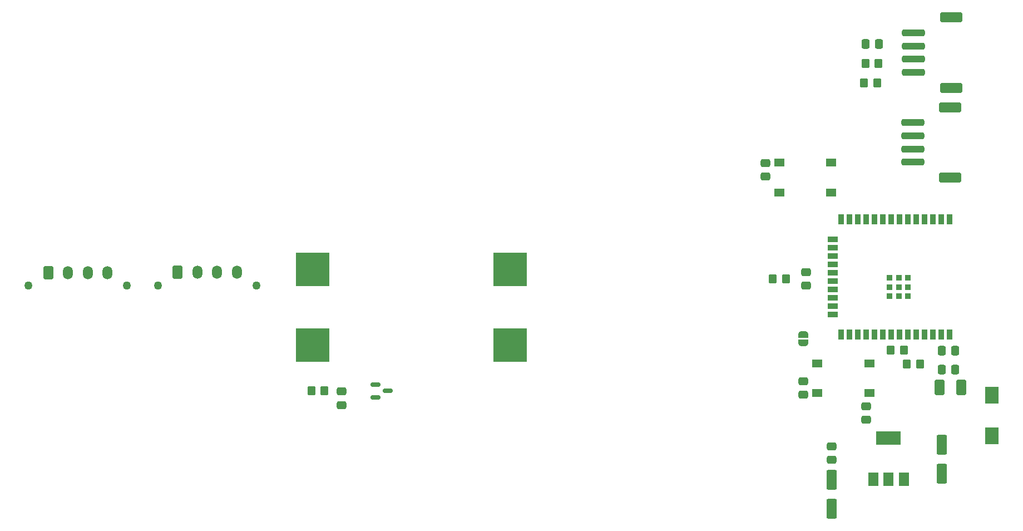
<source format=gbr>
%TF.GenerationSoftware,KiCad,Pcbnew,7.0.8*%
%TF.CreationDate,2023-11-20T11:06:52+02:00*%
%TF.ProjectId,LED Matrix Display,4c454420-4d61-4747-9269-782044697370,rev?*%
%TF.SameCoordinates,Original*%
%TF.FileFunction,Soldermask,Bot*%
%TF.FilePolarity,Negative*%
%FSLAX46Y46*%
G04 Gerber Fmt 4.6, Leading zero omitted, Abs format (unit mm)*
G04 Created by KiCad (PCBNEW 7.0.8) date 2023-11-20 11:06:52*
%MOMM*%
%LPD*%
G01*
G04 APERTURE LIST*
G04 Aperture macros list*
%AMRoundRect*
0 Rectangle with rounded corners*
0 $1 Rounding radius*
0 $2 $3 $4 $5 $6 $7 $8 $9 X,Y pos of 4 corners*
0 Add a 4 corners polygon primitive as box body*
4,1,4,$2,$3,$4,$5,$6,$7,$8,$9,$2,$3,0*
0 Add four circle primitives for the rounded corners*
1,1,$1+$1,$2,$3*
1,1,$1+$1,$4,$5*
1,1,$1+$1,$6,$7*
1,1,$1+$1,$8,$9*
0 Add four rect primitives between the rounded corners*
20,1,$1+$1,$2,$3,$4,$5,0*
20,1,$1+$1,$4,$5,$6,$7,0*
20,1,$1+$1,$6,$7,$8,$9,0*
20,1,$1+$1,$8,$9,$2,$3,0*%
%AMFreePoly0*
4,1,19,0.500000,-0.750000,0.000000,-0.750000,0.000000,-0.744911,-0.071157,-0.744911,-0.207708,-0.704816,-0.327430,-0.627875,-0.420627,-0.520320,-0.479746,-0.390866,-0.500000,-0.250000,-0.500000,0.250000,-0.479746,0.390866,-0.420627,0.520320,-0.327430,0.627875,-0.207708,0.704816,-0.071157,0.744911,0.000000,0.744911,0.000000,0.750000,0.500000,0.750000,0.500000,-0.750000,0.500000,-0.750000,
$1*%
%AMFreePoly1*
4,1,19,0.000000,0.744911,0.071157,0.744911,0.207708,0.704816,0.327430,0.627875,0.420627,0.520320,0.479746,0.390866,0.500000,0.250000,0.500000,-0.250000,0.479746,-0.390866,0.420627,-0.520320,0.327430,-0.627875,0.207708,-0.704816,0.071157,-0.744911,0.000000,-0.744911,0.000000,-0.750000,-0.500000,-0.750000,-0.500000,0.750000,0.000000,0.750000,0.000000,0.744911,0.000000,0.744911,
$1*%
G04 Aperture macros list end*
%ADD10RoundRect,0.250000X-1.500000X0.250000X-1.500000X-0.250000X1.500000X-0.250000X1.500000X0.250000X0*%
%ADD11RoundRect,0.250001X-1.449999X0.499999X-1.449999X-0.499999X1.449999X-0.499999X1.449999X0.499999X0*%
%ADD12RoundRect,0.250000X0.350000X0.450000X-0.350000X0.450000X-0.350000X-0.450000X0.350000X-0.450000X0*%
%ADD13RoundRect,0.250000X-0.350000X-0.450000X0.350000X-0.450000X0.350000X0.450000X-0.350000X0.450000X0*%
%ADD14RoundRect,0.250000X-0.475000X0.337500X-0.475000X-0.337500X0.475000X-0.337500X0.475000X0.337500X0*%
%ADD15R,0.900000X1.500000*%
%ADD16R,1.500000X0.900000*%
%ADD17R,0.900000X0.900000*%
%ADD18RoundRect,0.250000X-0.550000X1.250000X-0.550000X-1.250000X0.550000X-1.250000X0.550000X1.250000X0*%
%ADD19R,1.550000X1.300000*%
%ADD20R,1.500000X2.000000*%
%ADD21R,3.800000X2.000000*%
%ADD22C,1.270000*%
%ADD23RoundRect,0.250001X-0.499999X-0.759999X0.499999X-0.759999X0.499999X0.759999X-0.499999X0.759999X0*%
%ADD24O,1.500000X2.020000*%
%ADD25RoundRect,0.250000X0.475000X-0.337500X0.475000X0.337500X-0.475000X0.337500X-0.475000X-0.337500X0*%
%ADD26R,5.080000X2.540000*%
%ADD27RoundRect,0.250000X-0.337500X-0.475000X0.337500X-0.475000X0.337500X0.475000X-0.337500X0.475000X0*%
%ADD28RoundRect,0.250001X-0.499999X-0.924999X0.499999X-0.924999X0.499999X0.924999X-0.499999X0.924999X0*%
%ADD29FreePoly0,90.000000*%
%ADD30FreePoly1,90.000000*%
%ADD31RoundRect,0.250000X0.337500X0.475000X-0.337500X0.475000X-0.337500X-0.475000X0.337500X-0.475000X0*%
%ADD32RoundRect,0.150000X-0.587500X-0.150000X0.587500X-0.150000X0.587500X0.150000X-0.587500X0.150000X0*%
%ADD33R,2.000000X2.500000*%
G04 APERTURE END LIST*
D10*
%TO.C,J1*%
X158242000Y-47086000D03*
X158242000Y-49086000D03*
X158242000Y-51086000D03*
X158242000Y-53086000D03*
D11*
X163992000Y-44736000D03*
X163992000Y-55436000D03*
%TD*%
D12*
%TO.C,R5*%
X156750000Y-95350000D03*
X154750000Y-95350000D03*
%TD*%
%TO.C,R3*%
X152882600Y-51739800D03*
X150882600Y-51739800D03*
%TD*%
D13*
%TO.C,R6*%
X157175200Y-97485200D03*
X159175200Y-97485200D03*
%TD*%
D14*
%TO.C,C8*%
X135686800Y-66860600D03*
X135686800Y-68935600D03*
%TD*%
%TO.C,C6*%
X71150000Y-101612500D03*
X71150000Y-103687500D03*
%TD*%
D15*
%TO.C,U1*%
X163703000Y-92972000D03*
X162433000Y-92972000D03*
X161163000Y-92972000D03*
X159893000Y-92972000D03*
X158623000Y-92972000D03*
X157353000Y-92972000D03*
X156083000Y-92972000D03*
X154813000Y-92972000D03*
X153543000Y-92972000D03*
X152273000Y-92972000D03*
X151003000Y-92972000D03*
X149733000Y-92972000D03*
X148463000Y-92972000D03*
X147193000Y-92972000D03*
D16*
X145943000Y-89942000D03*
X145943000Y-88672000D03*
X145943000Y-87402000D03*
X145943000Y-86132000D03*
X145943000Y-84862000D03*
X145943000Y-83592000D03*
X145943000Y-82322000D03*
X145943000Y-81052000D03*
X145943000Y-79782000D03*
X145943000Y-78512000D03*
D15*
X147193000Y-75472000D03*
X148463000Y-75472000D03*
X149733000Y-75472000D03*
X151003000Y-75472000D03*
X152273000Y-75472000D03*
X153543000Y-75472000D03*
X154813000Y-75472000D03*
X156083000Y-75472000D03*
X157353000Y-75472000D03*
X158623000Y-75472000D03*
X159893000Y-75472000D03*
X161163000Y-75472000D03*
X162433000Y-75472000D03*
X163703000Y-75472000D03*
D17*
X154583000Y-87122000D03*
X154583000Y-87122000D03*
X155983000Y-87122000D03*
X157383000Y-87122000D03*
X157383000Y-87122000D03*
X154583000Y-85722000D03*
X154583000Y-85722000D03*
X155983000Y-85722000D03*
X157383000Y-85722000D03*
X154583000Y-84322000D03*
X155983000Y-84322000D03*
X157383000Y-84322000D03*
%TD*%
D18*
%TO.C,C12*%
X162560000Y-109687000D03*
X162560000Y-114087000D03*
%TD*%
D19*
%TO.C,SW2*%
X143560800Y-101854000D03*
X151510800Y-101854000D03*
X143560800Y-97354000D03*
X151510800Y-97354000D03*
%TD*%
D20*
%TO.C,U4*%
X156732000Y-115012000D03*
X154432000Y-115012000D03*
D21*
X154432000Y-108712000D03*
D20*
X152132000Y-115012000D03*
%TD*%
D22*
%TO.C,J4*%
X23520400Y-85496400D03*
X38520400Y-85496400D03*
D23*
X26520400Y-83536400D03*
D24*
X29520400Y-83536400D03*
X32520400Y-83536400D03*
X35520400Y-83536400D03*
%TD*%
D25*
%TO.C,C14*%
X141427200Y-102129500D03*
X141427200Y-100054500D03*
%TD*%
D26*
%TO.C,J7*%
X66800000Y-81800000D03*
X66800000Y-84340000D03*
X66800000Y-93260000D03*
X66800000Y-95800000D03*
X96800000Y-81800000D03*
X96800000Y-84340000D03*
X96800000Y-93260000D03*
X96800000Y-95800000D03*
%TD*%
D25*
%TO.C,C13*%
X151003000Y-105939500D03*
X151003000Y-103864500D03*
%TD*%
D27*
%TO.C,C9*%
X162517000Y-95377000D03*
X164592000Y-95377000D03*
%TD*%
D28*
%TO.C,C11*%
X162205000Y-100965000D03*
X165455000Y-100965000D03*
%TD*%
D18*
%TO.C,C16*%
X145796000Y-115021000D03*
X145796000Y-119421000D03*
%TD*%
D29*
%TO.C,JP2*%
X141401800Y-94264000D03*
D30*
X141401800Y-92964000D03*
%TD*%
D31*
%TO.C,C2*%
X152958800Y-48793400D03*
X150883800Y-48793400D03*
%TD*%
D25*
%TO.C,C4*%
X141884400Y-85539400D03*
X141884400Y-83464400D03*
%TD*%
D32*
%TO.C,D2*%
X76325000Y-102500000D03*
X76325000Y-100600000D03*
X78200000Y-101550000D03*
%TD*%
D19*
%TO.C,SW1*%
X145707000Y-66838000D03*
X137757000Y-66838000D03*
X145707000Y-71338000D03*
X137757000Y-71338000D03*
%TD*%
D13*
%TO.C,R1*%
X136779000Y-84531200D03*
X138779000Y-84531200D03*
%TD*%
D33*
%TO.C,SW3*%
X170180000Y-108369600D03*
X170180000Y-102209600D03*
%TD*%
D10*
%TO.C,J2*%
X158080000Y-60738000D03*
X158080000Y-62738000D03*
X158080000Y-64738000D03*
X158080000Y-66738000D03*
D11*
X163830000Y-58388000D03*
X163830000Y-69088000D03*
%TD*%
D25*
%TO.C,C15*%
X145796000Y-112014000D03*
X145796000Y-109939000D03*
%TD*%
D22*
%TO.C,J6*%
X43205400Y-85471000D03*
X58205400Y-85471000D03*
D23*
X46205400Y-83511000D03*
D24*
X49205400Y-83511000D03*
X52205400Y-83511000D03*
X55205400Y-83511000D03*
%TD*%
D12*
%TO.C,R4*%
X68550000Y-101550000D03*
X66550000Y-101550000D03*
%TD*%
%TO.C,R2*%
X152698200Y-54711600D03*
X150698200Y-54711600D03*
%TD*%
D27*
%TO.C,C10*%
X162517000Y-98298000D03*
X164592000Y-98298000D03*
%TD*%
M02*

</source>
